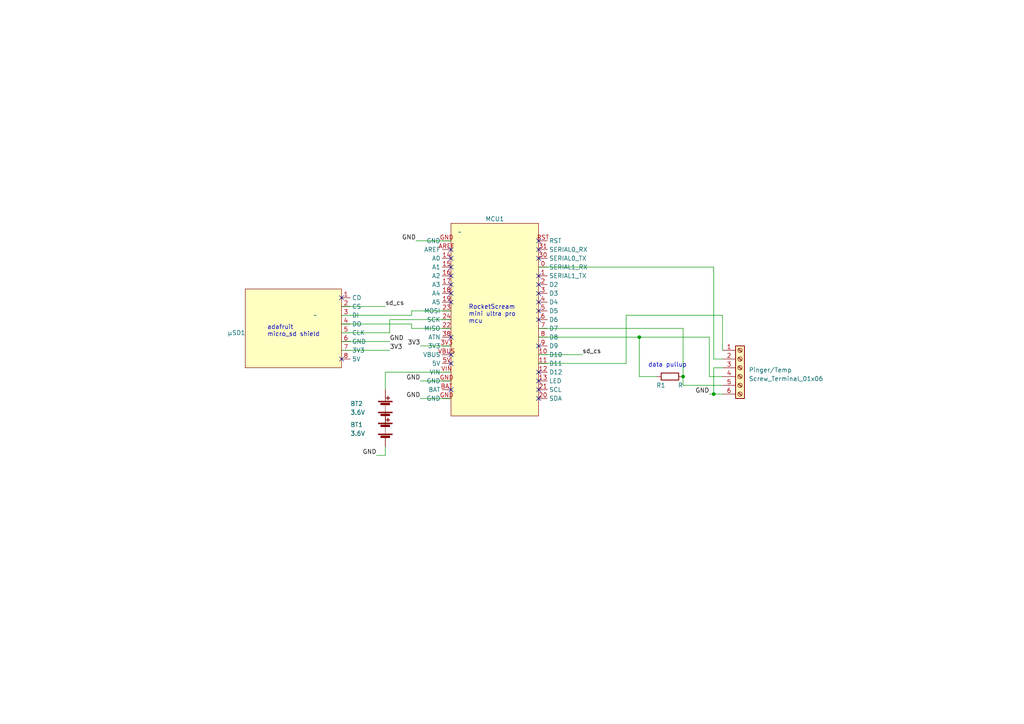
<source format=kicad_sch>
(kicad_sch (version 20230121) (generator eeschema)
  (paper "A4")
  (lib_symbols
    (symbol "Connector:Screw_Terminal_01x06" (pin_names (offset 1.016) hide)
      (property "Reference" "J" (at 0 7.62 0))
      (property "Value" "Screw_Terminal_01x06" (at 0 -10.16 0))
      (symbol "Screw_Terminal_01x06_1_1"
        (rectangle (start -1.27 6.35) (end 1.27 -8.89) (stroke (width 0.254)) (fill (type background)))
        (circle (center 0 -7.62) (radius 0.635) (stroke (width 0.1524)))
        (circle (center 0 -5.08) (radius 0.635) (stroke (width 0.1524)))
        (circle (center 0 -2.54) (radius 0.635) (stroke (width 0.1524)))
        (polyline (pts (xy -0.5334 -7.2898) (xy 0.3302 -8.128)) (stroke (width 0.1524)))
        (polyline (pts (xy -0.5334 -4.7498) (xy 0.3302 -5.588)) (stroke (width 0.1524)))
        (polyline (pts (xy -0.5334 -2.2098) (xy 0.3302 -3.048)) (stroke (width 0.1524)))
        (polyline (pts (xy -0.5334 0.3302) (xy 0.3302 -0.508)) (stroke (width 0.1524)))
        (polyline (pts (xy -0.5334 2.8702) (xy 0.3302 2.032)) (stroke (width 0.1524)))
        (polyline (pts (xy -0.5334 5.4102) (xy 0.3302 4.572)) (stroke (width 0.1524)))
        (polyline (pts (xy -0.3556 -7.112) (xy 0.508 -7.9502)) (stroke (width 0.1524)))
        (polyline (pts (xy -0.3556 -4.572) (xy 0.508 -5.4102)) (stroke (width 0.1524)))
        (polyline (pts (xy -0.3556 -2.032) (xy 0.508 -2.8702)) (stroke (width 0.1524)))
        (polyline (pts (xy -0.3556 0.508) (xy 0.508 -0.3302)) (stroke (width 0.1524)))
        (polyline (pts (xy -0.3556 3.048) (xy 0.508 2.2098)) (stroke (width 0.1524)))
        (polyline (pts (xy -0.3556 5.588) (xy 0.508 4.7498)) (stroke (width 0.1524)))
        (circle (center 0 0) (radius 0.635) (stroke (width 0.1524)))
        (circle (center 0 2.54) (radius 0.635) (stroke (width 0.1524)))
        (circle (center 0 5.08) (radius 0.635) (stroke (width 0.1524)))
        (pin passive line (at -5.08 5.08 0) (length 3.81) (name "Pin_1") (number "1"))
        (pin passive line (at -5.08 2.54 0) (length 3.81) (name "Pin_2") (number "2"))
        (pin passive line (at -5.08 0 0) (length 3.81) (name "Pin_3") (number "3"))
        (pin passive line (at -5.08 -2.54 0) (length 3.81) (name "Pin_4") (number "4"))
        (pin passive line (at -5.08 -5.08 0) (length 3.81) (name "Pin_5") (number "5"))
        (pin passive line (at -5.08 -7.62 0) (length 3.81) (name "Pin_6") (number "6"))
      )
    )
    (symbol "Connector:micro_sd_cardReader_adafruit"
      (property "Reference" "µSD" (at -20.32 -5.08 0))
      (symbol "micro_sd_cardReader_adafruit_1_1"
        (rectangle (start -15.24 7.62) (end 12.7 -15.24) (fill (type background)))
        (pin output line (at 12.7 5.08 0) (length 2.54) (name "CD") (number "1"))
        (pin input line (at 12.7 2.54 0) (length 2.54) (name "CS") (number "2"))
        (pin input line (at 12.7 0 0) (length 2.54) (name "DI") (number "3"))
        (pin output line (at 12.7 -2.54 0) (length 2.54) (name "DO") (number "4"))
        (pin input line (at 12.7 -5.08 0) (length 2.54) (name "CLK") (number "5"))
        (pin input line (at 12.7 -7.62 0) (length 2.54) (name "GND") (number "6"))
        (pin input line (at 12.7 -10.16 0) (length 2.54) (name "3V3") (number "7"))
        (pin input line (at 12.7 -12.7 0) (length 2.54) (name "5V") (number "8"))
      )
    )
    (symbol "Device:Battery" (pin_numbers hide) (pin_names (offset 0) hide)
      (property "Reference" "BT" (at 2.54 2.54 0))
      (property "Value" "Battery" (at 2.54 0 0))
      (symbol "Battery_0_1"
        (rectangle (start -2.032 -1.397) (end 2.032 -1.651) (fill (type outline)))
        (rectangle (start -2.032 1.778) (end 2.032 1.524) (fill (type outline)))
        (rectangle (start -1.3208 -1.9812) (end 1.27 -2.4892) (fill (type outline)))
        (rectangle (start -1.3208 1.1938) (end 1.27 0.6858) (fill (type outline)))
        (polyline (pts (xy 0 -1.524) (xy 0 -1.27)))
        (polyline (pts (xy 0 -1.016) (xy 0 -0.762)))
        (polyline (pts (xy 0 -0.508) (xy 0 -0.254)))
        (polyline (pts (xy 0 0) (xy 0 0.254)))
        (polyline (pts (xy 0 0.508) (xy 0 0.762)))
        (polyline (pts (xy 0 1.778) (xy 0 2.54)))
        (polyline (pts (xy 0.254 2.667) (xy 1.27 2.667)) (stroke (width 0.254)))
        (polyline (pts (xy 0.762 3.175) (xy 0.762 2.159)) (stroke (width 0.254)))
      )
      (symbol "Battery_1_1"
        (pin passive line (at 0 5.08 270) (length 2.54) (name "+") (number "1"))
        (pin passive line (at 0 -5.08 90) (length 2.54) (name "-") (number "2"))
      )
    )
    (symbol "Device:R" (pin_numbers hide) (pin_names (offset 0))
      (property "Reference" "R" (at 2.032 0 90))
      (property "Value" "R" (at 0 0 90))
      (symbol "R_0_1"
        (rectangle (start -1.016 -2.54) (end 1.016 2.54) (stroke (width 0.254)))
      )
      (symbol "R_1_1"
        (pin passive line (at 0 3.81 270) (length 1.27) (name "~") (number "1"))
        (pin passive line (at 0 -3.81 90) (length 1.27) (name "~") (number "2"))
      )
    )
    (symbol "MCU_Module:Rocket_Scream_Mini_Ultra_Pro"
      (property "Reference" "MCU" (at -10.16 26.67 0))
      (symbol "Rocket_Scream_Mini_Ultra_Pro_1_1"
        (rectangle (start -12.7 27.94) (end 12.7 -27.94) (fill (type background)))
        (pin input line (at 12.7 15.24 0) (length 2.54) (name "SERIAL1_RX") (number "0"))
        (pin output line (at 12.7 12.7 0) (length 2.54) (name "SERIAL1_TX") (number "1"))
        (pin bidirectional line (at 12.7 -10.16 0) (length 2.54) (name "D10") (number "10"))
        (pin bidirectional line (at 12.7 -12.7 0) (length 2.54) (name "D11") (number "11"))
        (pin bidirectional line (at 12.7 -15.24 0) (length 2.54) (name "D12") (number "12"))
        (pin bidirectional line (at 12.7 -17.78 0) (length 2.54) (name "LED") (number "13"))
        (pin bidirectional line (at -12.7 17.78 180) (length 2.54) (name "A0") (number "14"))
        (pin bidirectional line (at -12.7 15.24 180) (length 2.54) (name "A1") (number "15"))
        (pin bidirectional line (at -12.7 12.7 180) (length 2.54) (name "A2") (number "16"))
        (pin bidirectional line (at -12.7 10.16 180) (length 2.54) (name "A3") (number "17"))
        (pin bidirectional line (at -12.7 7.62 180) (length 2.54) (name "A4") (number "18"))
        (pin bidirectional line (at -12.7 5.08 180) (length 2.54) (name "A5") (number "19"))
        (pin bidirectional line (at 12.7 10.16 0) (length 2.54) (name "D2") (number "2"))
        (pin bidirectional line (at 12.7 -22.86 0) (length 2.54) (name "SDA") (number "20"))
        (pin bidirectional line (at 12.7 -20.32 0) (length 2.54) (name "SCL") (number "21"))
        (pin input line (at -12.7 -2.54 180) (length 2.54) (name "MISO") (number "22"))
        (pin output line (at -12.7 2.54 180) (length 2.54) (name "MOSI") (number "23"))
        (pin output line (at -12.7 0 180) (length 2.54) (name "SCK") (number "24"))
        (pin bidirectional line (at 12.7 7.62 0) (length 2.54) (name "D3") (number "3"))
        (pin output line (at 12.7 17.78 0) (length 2.54) (name "SERIAL0_TX") (number "30"))
        (pin input line (at 12.7 20.32 0) (length 2.54) (name "SERIAL0_RX") (number "31"))
        (pin unspecified line (at -12.7 -5.08 180) (length 2.54) (name "ATN") (number "38"))
        (pin power_out line (at -12.7 -7.62 180) (length 2.54) (name "3V3") (number "3V3"))
        (pin bidirectional line (at 12.7 5.08 0) (length 2.54) (name "D4") (number "4"))
        (pin bidirectional line (at 12.7 2.54 0) (length 2.54) (name "D5") (number "5"))
        (pin power_out line (at -12.7 -12.7 180) (length 2.54) (name "5V") (number "5V"))
        (pin bidirectional line (at 12.7 0 0) (length 2.54) (name "D6") (number "6"))
        (pin bidirectional line (at 12.7 -2.54 0) (length 2.54) (name "D7") (number "7"))
        (pin bidirectional line (at 12.7 -5.08 0) (length 2.54) (name "D8") (number "8"))
        (pin bidirectional line (at 12.7 -7.62 0) (length 2.54) (name "D9") (number "9"))
        (pin unspecified line (at -12.7 20.32 180) (length 2.54) (name "AREF") (number "AREF"))
        (pin power_out line (at -12.7 -20.32 180) (length 2.54) (name "BAT") (number "BAT"))
        (pin output line (at -12.7 -22.86 180) (length 2.54) (name "GND") (number "GND"))
        (pin output line (at -12.7 -17.78 180) (length 2.54) (name "GND") (number "GND"))
        (pin output line (at -12.7 22.86 180) (length 2.54) (name "GND") (number "GND"))
        (pin input line (at 12.7 22.86 0) (length 2.54) (name "RST") (number "RST"))
        (pin unspecified line (at -12.7 -10.16 180) (length 2.54) (name "VBUS") (number "VBUS"))
        (pin power_in line (at -12.7 -15.24 180) (length 2.54) (name "VIN") (number "VIN"))
      )
    )
  )
  (junction (at 207.01 114.3))
  (junction (at 185.42 97.79))
  (junction (at 198.12 109.22))
  (no_connect (at 130.81 102.87))
  (no_connect (at 156.21 74.93))
  (no_connect (at 130.81 80.01))
  (no_connect (at 156.21 100.33))
  (no_connect (at 130.81 105.41))
  (no_connect (at 130.81 97.79))
  (no_connect (at 99.06 86.36))
  (no_connect (at 156.21 90.17))
  (no_connect (at 156.21 107.95))
  (no_connect (at 130.81 77.47))
  (no_connect (at 130.81 82.55))
  (no_connect (at 156.21 82.55))
  (no_connect (at 130.81 85.09))
  (no_connect (at 156.21 115.57))
  (no_connect (at 130.81 72.39))
  (no_connect (at 156.21 113.03))
  (no_connect (at 99.06 104.14))
  (no_connect (at 156.21 87.63))
  (no_connect (at 130.81 113.03))
  (no_connect (at 156.21 80.01))
  (no_connect (at 130.81 87.63))
  (no_connect (at 156.21 69.85))
  (no_connect (at 156.21 85.09))
  (no_connect (at 156.21 110.49))
  (no_connect (at 130.81 74.93))
  (no_connect (at 156.21 72.39))
  (no_connect (at 156.21 92.71))
  (wire (pts (xy 181.61 105.41) (xy 156.21 105.41)))
  (wire (pts (xy 209.55 91.44) (xy 209.55 101.6)))
  (wire (pts (xy 207.01 77.47) (xy 207.01 104.14)))
  (wire (pts (xy 156.21 77.47) (xy 207.01 77.47)))
  (wire (pts (xy 99.06 93.98) (xy 119.38 93.98)))
  (wire (pts (xy 207.01 106.68) (xy 207.01 114.3)))
  (wire (pts (xy 113.03 92.71) (xy 130.81 92.71)))
  (wire (pts (xy 111.76 132.08) (xy 111.76 129.54)))
  (wire (pts (xy 156.21 95.25) (xy 198.12 95.25)))
  (wire (pts (xy 207.01 114.3) (xy 209.55 114.3)))
  (wire (pts (xy 111.76 119.38) (xy 111.76 123.19)))
  (wire (pts (xy 209.55 106.68) (xy 207.01 106.68)))
  (wire (pts (xy 121.92 100.33) (xy 130.81 100.33)))
  (wire (pts (xy 99.06 88.9) (xy 111.76 88.9)))
  (wire (pts (xy 113.03 96.52) (xy 113.03 92.71)))
  (wire (pts (xy 185.42 97.79) (xy 205.74 97.79)))
  (wire (pts (xy 181.61 91.44) (xy 209.55 91.44)))
  (wire (pts (xy 99.06 96.52) (xy 113.03 96.52)))
  (wire (pts (xy 109.22 132.08) (xy 111.76 132.08)))
  (wire (pts (xy 209.55 109.22) (xy 205.74 109.22)))
  (wire (pts (xy 111.76 107.95) (xy 130.81 107.95)))
  (wire (pts (xy 156.21 102.87) (xy 168.91 102.87)))
  (wire (pts (xy 120.65 69.85) (xy 130.81 69.85)))
  (wire (pts (xy 119.38 93.98) (xy 119.38 95.25)))
  (wire (pts (xy 185.42 97.79) (xy 185.42 109.22)))
  (wire (pts (xy 198.12 109.22) (xy 198.12 111.76)))
  (wire (pts (xy 99.06 91.44) (xy 119.38 91.44)))
  (wire (pts (xy 119.38 90.17) (xy 130.81 90.17)))
  (wire (pts (xy 207.01 104.14) (xy 209.55 104.14)))
  (wire (pts (xy 99.06 99.06) (xy 113.03 99.06)))
  (wire (pts (xy 121.92 110.49) (xy 130.81 110.49)))
  (wire (pts (xy 190.5 109.22) (xy 185.42 109.22)))
  (wire (pts (xy 121.92 115.57) (xy 130.81 115.57)))
  (wire (pts (xy 205.74 114.3) (xy 207.01 114.3)))
  (wire (pts (xy 119.38 95.25) (xy 130.81 95.25)))
  (wire (pts (xy 205.74 97.79) (xy 205.74 109.22)))
  (wire (pts (xy 198.12 95.25) (xy 198.12 109.22)))
  (wire (pts (xy 156.21 97.79) (xy 185.42 97.79)))
  (wire (pts (xy 119.38 91.44) (xy 119.38 90.17)))
  (wire (pts (xy 209.55 111.76) (xy 198.12 111.76)))
  (wire (pts (xy 111.76 107.95) (xy 111.76 113.03)))
  (wire (pts (xy 99.06 101.6) (xy 113.03 101.6)))
  (wire (pts (xy 181.61 91.44) (xy 181.61 105.41)))
  (text "RocketScream \nmini ultra pro\nmcu" (at 135.89 93.98 0) (effects (font (size 1.27 1.27)) (justify left bottom)))
  (text "data pullup" (at 187.96 106.68 0) (effects (font (size 1.27 1.27)) (justify left bottom)))
  (text "adafruit\nmicro_sd shield" (at 77.47 97.79 0) (effects (font (size 1.27 1.27)) (justify left bottom)))
  (label "sd_cs" (at 111.76 88.9 0))
  (label "GND" (at 109.22 132.08 180))
  (label "GND" (at 121.92 115.57 180))
  (label "sd_cs" (at 168.91 102.87 0))
  (label "3V3" (at 121.92 100.33 180))
  (label "3V3" (at 113.03 101.6 0))
  (label "GND" (at 121.92 110.49 180))
  (label "GND" (at 120.65 69.85 180))
  (label "GND" (at 113.03 99.06 0))
  (label "GND" (at 205.74 114.3 180))
  (symbol (lib_id "Device:Battery") (at 111.76 118.11 0) (unit 1)
    (property "Reference" "BT2" (at 101.6 117.094 0) (effects (justify left)))
    (property "Value" "3.6V" (at 101.6 119.634 0) (effects (justify left)))
    (property "Footprint" "Battery:battery_c_cell_solderTabs" (effects hide))
    (property "Datasheet" "https://tadiranbat.com/wp-content/uploads/2022/03/tl-5920.pdf" (effects hide))
  )
  (symbol (lib_id "Connector:Screw_Terminal_01x06") (at 214.63 106.68 0) (unit 1)
    (property "Reference" "Pinger/Temp" (at 217.17 107.315 0) (effects (justify left)))
    (property "Value" "Screw_Terminal_01x06" (at 217.17 109.855 0) (effects (justify left)))
    (property "Footprint" "TerminalBlock_Phoenix:TerminalBlock_Phoenix_MPT-0,5-6-2.54_1x06_P2.54mm_Horizontal" (effects hide))
  )
  (symbol (lib_id "MCU_Module:Rocket_Scream_Mini_Ultra_Pro") (at 143.51 92.71 0) (unit 1)
    (property "Reference" "MCU1" (at 143.51 63.5 0))
    (property "Value" "~" (at 133.35 67.31 0))
    (property "Footprint" "Module:Rocket_Scream_Mini_Ultra_Pro" (effects hide))
  )
  (symbol (lib_id "Device:Battery") (at 111.76 124.46 0) (unit 1)
    (property "Reference" "BT1" (at 101.6 123.19 0) (effects (justify left)))
    (property "Value" "3.6V" (at 101.6 125.73 0) (effects (justify left)))
    (property "Footprint" "Battery:battery_c_cell_solderTabs" (effects hide))
    (property "Datasheet" "https://tadiranbat.com/wp-content/uploads/2022/03/tl-5920.pdf" (effects hide))
  )
  (symbol (lib_id "Connector:micro_sd_cardReader_adafruit") (at 86.36 91.44 0) (unit 1)
    (property "Reference" "µSD1" (at 68.58 96.52 0))
    (property "Value" "~" (at 91.44 91.44 0))
    (property "Footprint" "Connector_Card:micro_sd_cardReader_adafruit" (effects hide))
  )
  (symbol (lib_id "Device:R") (at 194.31 109.22 90) (unit 1)
    (property "Reference" "R1" (at 193.04 111.76 90) (effects (justify left)))
    (property "Value" "R" (at 198.12 111.76 90) (effects (justify left)))
    (property "Footprint" "Resistor_THT:R_Axial_DIN0204_L3.6mm_D1.6mm_P7.62mm_Horizontal" (effects hide))
  )
)
</source>
